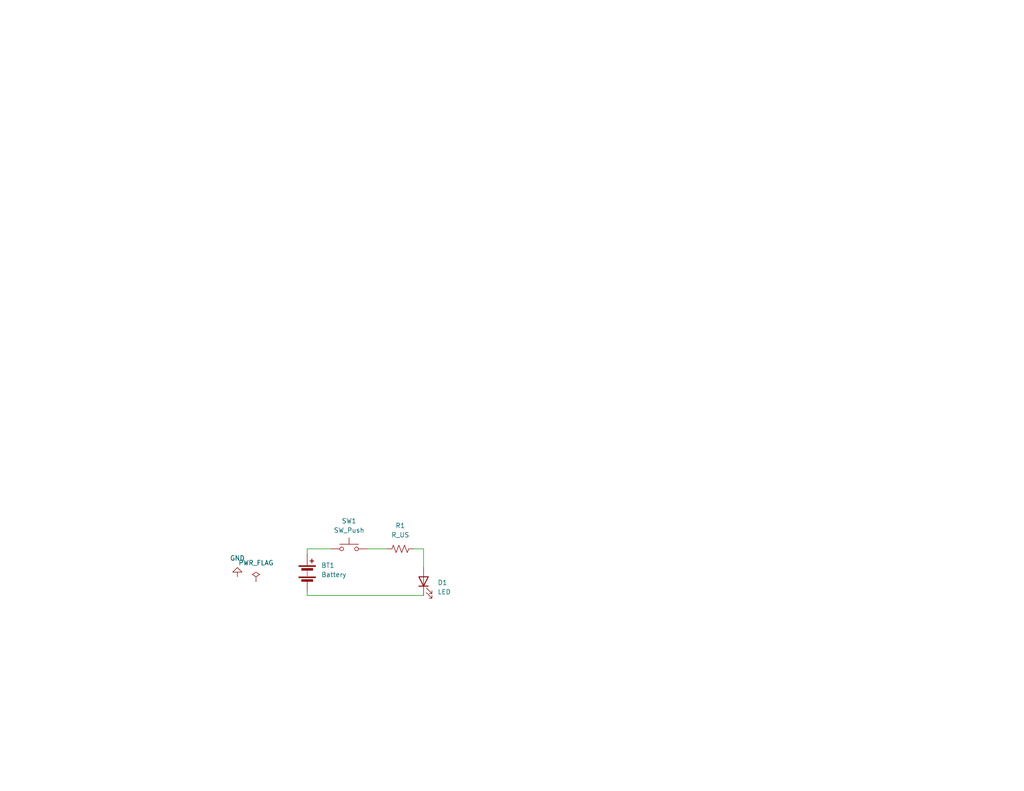
<source format=kicad_sch>
(kicad_sch (version 20231120) (generator "eeschema") (generator_version "8.0")
  (paper "USLetter")
  (title_block (title "LED Project") (date "2025-09-11") (rev "1.0") (company "Illini Solar Car") (comment 1 "Designed By: Christopher Kalu"))
  (lib_symbols
    (symbol "Device:Battery" (pin_numbers hide) (pin_names (offset 0) hide)
      (property "Reference" "BT" (at 2.54 2.54 0))
      (property "Value" "Battery" (at 2.54 0 0))
      (symbol "Battery_0_1"
        (rectangle (start -2.286 -1.27) (end 2.286 -1.524) (fill (type outline)))
        (rectangle (start -2.286 1.778) (end 2.286 1.524) (fill (type outline)))
        (rectangle (start -1.524 -2.032) (end 1.524 -2.54) (fill (type outline)))
        (rectangle (start -1.524 1.016) (end 1.524 0.508) (fill (type outline)))
        (polyline (pts (xy 0 -1.016) (xy 0 -0.762)))
        (polyline (pts (xy 0 -0.508) (xy 0 -0.254)))
        (polyline (pts (xy 0 0) (xy 0 0.254)))
        (polyline (pts (xy 0 1.778) (xy 0 2.54)))
        (polyline (pts (xy 0.762 3.048) (xy 1.778 3.048)) (stroke (width 0.254)))
        (polyline (pts (xy 1.27 3.556) (xy 1.27 2.54)) (stroke (width 0.254)))
      )
      (symbol "Battery_1_1"
        (pin passive line (at 0 5.08 270) (length 2.54) (name "+") (number "1"))
        (pin passive line (at 0 -5.08 90) (length 2.54) (name "-") (number "2"))
      )
    )
    (symbol "Device:LED" (pin_numbers hide) (pin_names (offset 1.016) hide)
      (property "Reference" "D" (at 0 2.54 0))
      (property "Value" "LED" (at 0 -2.54 0))
      (symbol "LED_0_1"
        (polyline (pts (xy -1.27 -1.27) (xy -1.27 1.27)) (stroke (width 0.254)))
        (polyline (pts (xy -1.27 0) (xy 1.27 0)))
        (polyline (pts (xy 1.27 -1.27) (xy 1.27 1.27) (xy -1.27 0) (xy 1.27 -1.27)) (stroke (width 0.254)))
        (polyline (pts (xy -3.048 -0.762) (xy -4.572 -2.286) (xy -3.81 -2.286) (xy -4.572 -2.286) (xy -4.572 -1.524)))
        (polyline (pts (xy -1.778 -0.762) (xy -3.302 -2.286) (xy -2.54 -2.286) (xy -3.302 -2.286) (xy -3.302 -1.524)))
      )
      (symbol "LED_1_1"
        (pin passive line (at -3.81 0 0) (length 2.54) (name "K") (number "1"))
        (pin passive line (at 3.81 0 180) (length 2.54) (name "A") (number "2"))
      )
    )
    (symbol "Device:R_US" (pin_numbers hide) (pin_names (offset 0))
      (property "Reference" "R" (at 2.54 0 90))
      (property "Value" "R_US" (at -2.54 0 90))
      (symbol "R_US_0_1"
        (polyline (pts (xy 0 -2.286) (xy 0 -2.54)))
        (polyline (pts (xy 0 2.286) (xy 0 2.54)))
        (polyline (pts (xy 0 -0.762) (xy 1.016 -1.143) (xy 0 -1.524) (xy -1.016 -1.905) (xy 0 -2.286)))
        (polyline (pts (xy 0 0.762) (xy 1.016 0.381) (xy 0 0) (xy -1.016 -0.381) (xy 0 -0.762)))
        (polyline (pts (xy 0 2.286) (xy 1.016 1.905) (xy 0 1.524) (xy -1.016 1.143) (xy 0 0.762)))
      )
      (symbol "R_US_1_1"
        (pin passive line (at 0 3.81 270) (length 1.27) (name "~") (number "1"))
        (pin passive line (at 0 -3.81 90) (length 1.27) (name "~") (number "2"))
      )
    )
    (symbol "Switch:SW_Push" (pin_numbers hide) (pin_names (offset 1.016) hide)
      (property "Reference" "SW" (at 1.27 2.54 0))
      (property "Value" "SW_Push" (at 0 -1.524 0))
      (symbol "SW_Push_0_1"
        (circle (center -2.032 0) (radius 0.508))
        (polyline (pts (xy 0 1.27) (xy 0 3.048)))
        (polyline (pts (xy 2.54 1.27) (xy -2.54 1.27)))
        (circle (center 2.032 0) (radius 0.508))
        (pin passive line (at -5.08 0 0) (length 2.54) (name "1") (number "1"))
        (pin passive line (at 5.08 0 180) (length 2.54) (name "2") (number "2"))
      )
    )
    (symbol "power:GND" (power) (pin_names (offset 0))
      (property "Value" "GND" (at 0 -3.81 0))
      (symbol "GND_0_1"
        (polyline (pts (xy 0 0) (xy 0 -1.27) (xy 1.27 -1.27) (xy 0 -2.54) (xy -1.27 -1.27) (xy 0 -1.27)))
      )
      (symbol "GND_1_1"
        (pin power_in line (at 0 0 270) (length 0) hide (name "GND") (number "1"))
      )
    )
    (symbol "power:PWR_FLAG" (power) (pin_numbers hide) (pin_names (offset 0) hide)
      (property "Value" "PWR_FLAG" (at 0 3.81 0))
      (symbol "PWR_FLAG_0_0"
        (pin power_out line (at 0 0 90) (length 0) (name "pwr") (number "1"))
      )
      (symbol "PWR_FLAG_0_1"
        (polyline (pts (xy 0 0) (xy 0 1.27) (xy -1.016 1.905) (xy 0 2.54) (xy 1.016 1.905) (xy 0 1.27)))
      )
    )
  )
  (wire (pts (xy 115.57 162.56) (xy 83.82 162.56)))
  (wire (pts (xy 113.03 149.86) (xy 115.57 149.86)))
  (wire (pts (xy 83.82 151.13) (xy 83.82 149.86)))
  (wire (pts (xy 83.82 149.86) (xy 90.17 149.86)))
  (wire (pts (xy 115.57 149.86) (xy 115.57 154.94)))
  (wire (pts (xy 83.82 161.29) (xy 83.82 162.56)))
  (wire (pts (xy 100.33 149.86) (xy 105.41 149.86)))
  (symbol (lib_id "Device:Battery") (at 83.82 156.21 0) (unit 1)
    (property "Reference" "BT1" (at 87.63 154.3684 0) (effects (justify left)))
    (property "Value" "Battery" (at 87.63 156.9084 0) (effects (justify left)))
    (property "Description" "Multiple-cell battery" (effects (hide yes)))
  )
  (symbol (lib_id "Switch:SW_Push") (at 95.25 149.86 0) (unit 1)
    (property "Reference" "SW1" (at 95.25 142.24 0))
    (property "Value" "SW_Push" (at 95.25 144.78 0))
    (property "Description" "Push button switch, generic, two pins" (effects (hide yes)))
  )
  (symbol (lib_id "Device:R_US") (at 109.22 149.86 90) (unit 1)
    (property "Reference" "R1" (at 109.22 143.51 90))
    (property "Value" "R_US" (at 109.22 146.05 90))
    (property "Description" "Resistor, US symbol" (effects (hide yes)))
  )
  (symbol (lib_id "power:GND") (at 64.77 157.48 180) (unit 1)
    (property "Reference" "#PWR01" (effects (hide yes)))
    (property "Value" "GND" (at 64.77 152.4 0))
    (property "Description" "Power symbol creates a global label with name \"GND\" , ground" (effects (hide yes)))
  )
  (symbol (lib_id "Device:LED") (at 115.57 158.75 90) (unit 1)
    (property "Reference" "D1" (at 119.38 159.0674 90) (effects (justify right)))
    (property "Value" "LED" (at 119.38 161.6074 90) (effects (justify right)))
    (property "Description" "Light emitting diode" (effects (hide yes)))
  )
  (symbol (lib_id "power:PWR_FLAG") (at 69.85 158.75 0) (unit 1)
    (property "Reference" "#FLG01" (effects (hide yes)))
    (property "Value" "PWR_FLAG" (at 69.85 153.67 0))
    (property "Description" "Special symbol for telling ERC where power comes from" (effects (hide yes)))
  )
)
</source>
